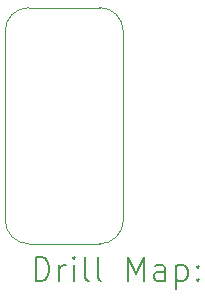
<source format=gbr>
%TF.GenerationSoftware,KiCad,Pcbnew,8.0.7-8.0.7-0~ubuntu24.04.1*%
%TF.CreationDate,2024-12-30T14:28:34-07:00*%
%TF.ProjectId,2 connector Sensor Board,3220636f-6e6e-4656-9374-6f722053656e,V1*%
%TF.SameCoordinates,Original*%
%TF.FileFunction,Drillmap*%
%TF.FilePolarity,Positive*%
%FSLAX45Y45*%
G04 Gerber Fmt 4.5, Leading zero omitted, Abs format (unit mm)*
G04 Created by KiCad (PCBNEW 8.0.7-8.0.7-0~ubuntu24.04.1) date 2024-12-30 14:28:34*
%MOMM*%
%LPD*%
G01*
G04 APERTURE LIST*
%ADD10C,0.050000*%
%ADD11C,0.200000*%
G04 APERTURE END LIST*
D10*
X14150000Y-11230000D02*
G75*
G02*
X13950000Y-11030000I0J200000D01*
G01*
X14950000Y-9430000D02*
X14950000Y-11030000D01*
X14150000Y-9230000D02*
X14750000Y-9230000D01*
X14950000Y-11030000D02*
G75*
G02*
X14750000Y-11230000I-200000J0D01*
G01*
X14750000Y-9230000D02*
G75*
G02*
X14950000Y-9430000I0J-200000D01*
G01*
X13950000Y-9430000D02*
G75*
G02*
X14150000Y-9230000I200000J0D01*
G01*
X14750000Y-11230000D02*
X14150000Y-11230000D01*
X13950000Y-11030000D02*
X13950000Y-9430000D01*
D11*
X14208277Y-11543984D02*
X14208277Y-11343984D01*
X14208277Y-11343984D02*
X14255896Y-11343984D01*
X14255896Y-11343984D02*
X14284467Y-11353508D01*
X14284467Y-11353508D02*
X14303515Y-11372555D01*
X14303515Y-11372555D02*
X14313039Y-11391603D01*
X14313039Y-11391603D02*
X14322562Y-11429698D01*
X14322562Y-11429698D02*
X14322562Y-11458269D01*
X14322562Y-11458269D02*
X14313039Y-11496365D01*
X14313039Y-11496365D02*
X14303515Y-11515412D01*
X14303515Y-11515412D02*
X14284467Y-11534460D01*
X14284467Y-11534460D02*
X14255896Y-11543984D01*
X14255896Y-11543984D02*
X14208277Y-11543984D01*
X14408277Y-11543984D02*
X14408277Y-11410650D01*
X14408277Y-11448746D02*
X14417801Y-11429698D01*
X14417801Y-11429698D02*
X14427324Y-11420174D01*
X14427324Y-11420174D02*
X14446372Y-11410650D01*
X14446372Y-11410650D02*
X14465420Y-11410650D01*
X14532086Y-11543984D02*
X14532086Y-11410650D01*
X14532086Y-11343984D02*
X14522562Y-11353508D01*
X14522562Y-11353508D02*
X14532086Y-11363031D01*
X14532086Y-11363031D02*
X14541610Y-11353508D01*
X14541610Y-11353508D02*
X14532086Y-11343984D01*
X14532086Y-11343984D02*
X14532086Y-11363031D01*
X14655896Y-11543984D02*
X14636848Y-11534460D01*
X14636848Y-11534460D02*
X14627324Y-11515412D01*
X14627324Y-11515412D02*
X14627324Y-11343984D01*
X14760658Y-11543984D02*
X14741610Y-11534460D01*
X14741610Y-11534460D02*
X14732086Y-11515412D01*
X14732086Y-11515412D02*
X14732086Y-11343984D01*
X14989229Y-11543984D02*
X14989229Y-11343984D01*
X14989229Y-11343984D02*
X15055896Y-11486841D01*
X15055896Y-11486841D02*
X15122562Y-11343984D01*
X15122562Y-11343984D02*
X15122562Y-11543984D01*
X15303515Y-11543984D02*
X15303515Y-11439222D01*
X15303515Y-11439222D02*
X15293991Y-11420174D01*
X15293991Y-11420174D02*
X15274943Y-11410650D01*
X15274943Y-11410650D02*
X15236848Y-11410650D01*
X15236848Y-11410650D02*
X15217801Y-11420174D01*
X15303515Y-11534460D02*
X15284467Y-11543984D01*
X15284467Y-11543984D02*
X15236848Y-11543984D01*
X15236848Y-11543984D02*
X15217801Y-11534460D01*
X15217801Y-11534460D02*
X15208277Y-11515412D01*
X15208277Y-11515412D02*
X15208277Y-11496365D01*
X15208277Y-11496365D02*
X15217801Y-11477317D01*
X15217801Y-11477317D02*
X15236848Y-11467793D01*
X15236848Y-11467793D02*
X15284467Y-11467793D01*
X15284467Y-11467793D02*
X15303515Y-11458269D01*
X15398753Y-11410650D02*
X15398753Y-11610650D01*
X15398753Y-11420174D02*
X15417801Y-11410650D01*
X15417801Y-11410650D02*
X15455896Y-11410650D01*
X15455896Y-11410650D02*
X15474943Y-11420174D01*
X15474943Y-11420174D02*
X15484467Y-11429698D01*
X15484467Y-11429698D02*
X15493991Y-11448746D01*
X15493991Y-11448746D02*
X15493991Y-11505888D01*
X15493991Y-11505888D02*
X15484467Y-11524936D01*
X15484467Y-11524936D02*
X15474943Y-11534460D01*
X15474943Y-11534460D02*
X15455896Y-11543984D01*
X15455896Y-11543984D02*
X15417801Y-11543984D01*
X15417801Y-11543984D02*
X15398753Y-11534460D01*
X15579705Y-11524936D02*
X15589229Y-11534460D01*
X15589229Y-11534460D02*
X15579705Y-11543984D01*
X15579705Y-11543984D02*
X15570182Y-11534460D01*
X15570182Y-11534460D02*
X15579705Y-11524936D01*
X15579705Y-11524936D02*
X15579705Y-11543984D01*
X15579705Y-11420174D02*
X15589229Y-11429698D01*
X15589229Y-11429698D02*
X15579705Y-11439222D01*
X15579705Y-11439222D02*
X15570182Y-11429698D01*
X15570182Y-11429698D02*
X15579705Y-11420174D01*
X15579705Y-11420174D02*
X15579705Y-11439222D01*
M02*

</source>
